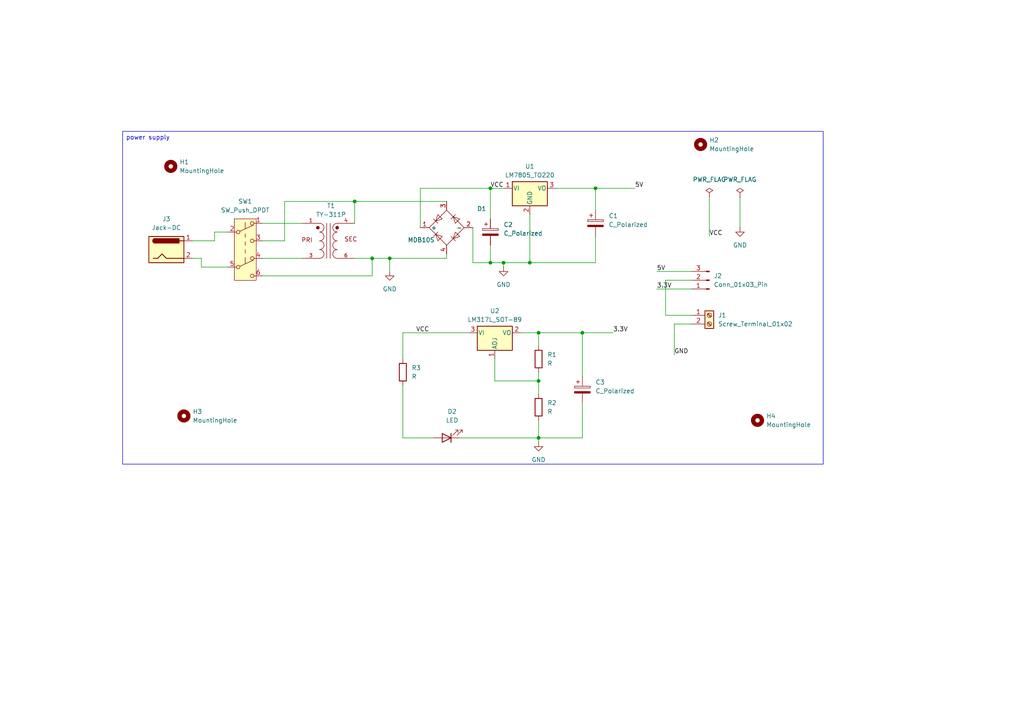
<source format=kicad_sch>
(kicad_sch (version 20231120) (generator "eeschema") (generator_version "8.0")
  (paper "A4")
  (title_block (title "${title}") (date "2025-03-03") (rev "v1.0") (company "${author}"))
  (lib_symbols
    (symbol "Connector:Conn_01x03_Pin" (pin_names (offset 1.016) hide)
      (property "Reference" "J" (at 0 5.08 0))
      (property "Value" "Conn_01x03_Pin" (at 0 -5.08 0))
      (symbol "Conn_01x03_Pin_1_1"
        (polyline (pts (xy 1.27 -2.54) (xy 0.8636 -2.54)) (stroke (width 0.1524)))
        (polyline (pts (xy 1.27 0) (xy 0.8636 0)) (stroke (width 0.1524)))
        (polyline (pts (xy 1.27 2.54) (xy 0.8636 2.54)) (stroke (width 0.1524)))
        (rectangle (start 0.8636 -2.413) (end 0 -2.667) (stroke (width 0.1524)) (fill (type outline)))
        (rectangle (start 0.8636 0.127) (end 0 -0.127) (stroke (width 0.1524)) (fill (type outline)))
        (rectangle (start 0.8636 2.667) (end 0 2.413) (stroke (width 0.1524)) (fill (type outline)))
        (pin passive line (at 5.08 2.54 180) (length 3.81) (name "Pin_1") (number "1"))
        (pin passive line (at 5.08 0 180) (length 3.81) (name "Pin_2") (number "2"))
        (pin passive line (at 5.08 -2.54 180) (length 3.81) (name "Pin_3") (number "3"))
      )
    )
    (symbol "Connector:Jack-DC" (pin_names (offset 1.016))
      (property "Reference" "J" (at 0 5.334 0))
      (property "Value" "Jack-DC" (at 0 -5.08 0))
      (symbol "Jack-DC_0_1"
        (rectangle (start -5.08 3.81) (end 5.08 -3.81) (stroke (width 0.254)) (fill (type background)))
        (arc (start -3.302 3.175) (mid -3.9343 2.54) (end -3.302 1.905) (stroke (width 0.254)))
        (arc (start -3.302 3.175) (mid -3.9343 2.54) (end -3.302 1.905) (stroke (width 0.254)) (fill (type outline)))
        (polyline (pts (xy 5.08 2.54) (xy 3.81 2.54)) (stroke (width 0.254)))
        (polyline (pts (xy -3.81 -2.54) (xy -2.54 -2.54) (xy -1.27 -1.27) (xy 0 -2.54) (xy 2.54 -2.54) (xy 5.08 -2.54)) (stroke (width 0.254)))
        (rectangle (start 3.683 3.175) (end -3.302 1.905) (stroke (width 0.254)) (fill (type outline)))
      )
      (symbol "Jack-DC_1_1"
        (pin passive line (at 7.62 2.54 180) (length 2.54) (name "~") (number "1"))
        (pin passive line (at 7.62 -2.54 180) (length 2.54) (name "~") (number "2"))
      )
    )
    (symbol "Connector:Screw_Terminal_01x02" (pin_names (offset 1.016) hide)
      (property "Reference" "J" (at 0 2.54 0))
      (property "Value" "Screw_Terminal_01x02" (at 0 -5.08 0))
      (symbol "Screw_Terminal_01x02_1_1"
        (rectangle (start -1.27 1.27) (end 1.27 -3.81) (stroke (width 0.254)) (fill (type background)))
        (circle (center 0 -2.54) (radius 0.635) (stroke (width 0.1524)))
        (polyline (pts (xy -0.5334 -2.2098) (xy 0.3302 -3.048)) (stroke (width 0.1524)))
        (polyline (pts (xy -0.5334 0.3302) (xy 0.3302 -0.508)) (stroke (width 0.1524)))
        (polyline (pts (xy -0.3556 -2.032) (xy 0.508 -2.8702)) (stroke (width 0.1524)))
        (polyline (pts (xy -0.3556 0.508) (xy 0.508 -0.3302)) (stroke (width 0.1524)))
        (circle (center 0 0) (radius 0.635) (stroke (width 0.1524)))
        (pin passive line (at -5.08 0 0) (length 3.81) (name "Pin_1") (number "1"))
        (pin passive line (at -5.08 -2.54 0) (length 3.81) (name "Pin_2") (number "2"))
      )
    )
    (symbol "Device:C_Polarized" (pin_numbers hide) (pin_names (offset 0.254))
      (property "Reference" "C" (at 0.635 2.54 0))
      (property "Value" "C_Polarized" (at 0.635 -2.54 0))
      (symbol "C_Polarized_0_1"
        (rectangle (start -2.286 0.508) (end 2.286 1.016))
        (polyline (pts (xy -1.778 2.286) (xy -0.762 2.286)))
        (polyline (pts (xy -1.27 2.794) (xy -1.27 1.778)))
        (rectangle (start 2.286 -0.508) (end -2.286 -1.016) (fill (type outline)))
      )
      (symbol "C_Polarized_1_1"
        (pin passive line (at 0 3.81 270) (length 2.794) (name "~") (number "1"))
        (pin passive line (at 0 -3.81 90) (length 2.794) (name "~") (number "2"))
      )
    )
    (symbol "Device:LED" (pin_numbers hide) (pin_names (offset 1.016) hide)
      (property "Reference" "D" (at 0 2.54 0))
      (property "Value" "LED" (at 0 -2.54 0))
      (symbol "LED_0_1"
        (polyline (pts (xy -1.27 -1.27) (xy -1.27 1.27)) (stroke (width 0.254)))
        (polyline (pts (xy -1.27 0) (xy 1.27 0)))
        (polyline (pts (xy 1.27 -1.27) (xy 1.27 1.27) (xy -1.27 0) (xy 1.27 -1.27)) (stroke (width 0.254)))
        (polyline (pts (xy -3.048 -0.762) (xy -4.572 -2.286) (xy -3.81 -2.286) (xy -4.572 -2.286) (xy -4.572 -1.524)))
        (polyline (pts (xy -1.778 -0.762) (xy -3.302 -2.286) (xy -2.54 -2.286) (xy -3.302 -2.286) (xy -3.302 -1.524)))
      )
      (symbol "LED_1_1"
        (pin passive line (at -3.81 0 0) (length 2.54) (name "K") (number "1"))
        (pin passive line (at 3.81 0 180) (length 2.54) (name "A") (number "2"))
      )
    )
    (symbol "Device:R" (pin_numbers hide) (pin_names (offset 0))
      (property "Reference" "R" (at 2.032 0 90))
      (property "Value" "R" (at 0 0 90))
      (symbol "R_0_1"
        (rectangle (start -1.016 -2.54) (end 1.016 2.54) (stroke (width 0.254)))
      )
      (symbol "R_1_1"
        (pin passive line (at 0 3.81 270) (length 1.27) (name "~") (number "1"))
        (pin passive line (at 0 -3.81 90) (length 1.27) (name "~") (number "2"))
      )
    )
    (symbol "Diode_Bridge:MDB10S"
      (property "Reference" "D" (at 3.81 6.35 0))
      (property "Value" "MDB10S" (at 6.35 3.81 0))
      (symbol "MDB10S_1_1"
        (polyline (pts (xy -2.54 3.81) (xy -1.27 2.54)))
        (polyline (pts (xy -1.27 -2.54) (xy -2.54 -3.81)))
        (polyline (pts (xy 2.54 -1.27) (xy 3.81 -2.54)))
        (polyline (pts (xy 2.54 1.27) (xy 3.81 2.54)))
        (polyline (pts (xy -3.81 2.54) (xy -2.54 1.27) (xy -1.905 3.175) (xy -3.81 2.54)))
        (polyline (pts (xy -2.54 -1.27) (xy -3.81 -2.54) (xy -1.905 -3.175) (xy -2.54 -1.27)))
        (polyline (pts (xy 1.27 2.54) (xy 2.54 3.81) (xy 3.175 1.905) (xy 1.27 2.54)))
        (polyline (pts (xy 3.175 -1.905) (xy 1.27 -2.54) (xy 2.54 -3.81) (xy 3.175 -1.905)))
        (polyline (pts (xy -5.08 0) (xy 0 -5.08) (xy 5.08 0) (xy 0 5.08) (xy -5.08 0)))
        (pin passive line (at 7.62 0 180) (length 2.54) (name "+") (number "1"))
        (pin passive line (at -7.62 0 0) (length 2.54) (name "-") (number "2"))
        (pin passive line (at 0 -7.62 90) (length 2.54) (name "~") (number "3"))
        (pin passive line (at 0 7.62 270) (length 2.54) (name "~") (number "4"))
      )
    )
    (symbol "Mechanical:MountingHole" (pin_names (offset 1.016)) (exclude_from_sim yes) (in_bom no)
      (property "Reference" "H" (at 0 5.08 0))
      (property "Value" "MountingHole" (at 0 3.175 0))
      (symbol "MountingHole_0_1"
        (circle (center 0 0) (radius 1.27) (stroke (width 1.27)))
      )
    )
    (symbol "Regulator_Linear:LM317L_SOT-89" (pin_names (offset 0.254))
      (property "Reference" "U" (at -3.81 3.175 0))
      (property "Value" "LM317L_SOT-89" (at 0 3.175 0))
      (symbol "LM317L_SOT-89_0_1"
        (rectangle (start -5.08 1.905) (end 5.08 -5.08) (stroke (width 0.254)) (fill (type background)))
      )
      (symbol "LM317L_SOT-89_1_1"
        (pin input line (at 0 -7.62 90) (length 2.54) (name "ADJ") (number "1"))
        (pin power_out line (at 7.62 0 180) (length 2.54) (name "VO") (number "2"))
        (pin power_in line (at -7.62 0 0) (length 2.54) (name "VI") (number "3"))
      )
    )
    (symbol "Regulator_Linear:LM7805_TO220" (pin_names (offset 0.254))
      (property "Reference" "U" (at -3.81 3.175 0))
      (property "Value" "LM7805_TO220" (at 0 3.175 0))
      (symbol "LM7805_TO220_0_1"
        (rectangle (start -5.08 1.905) (end 5.08 -5.08) (stroke (width 0.254)) (fill (type background)))
      )
      (symbol "LM7805_TO220_1_1"
        (pin power_in line (at -7.62 0 0) (length 2.54) (name "VI") (number "1"))
        (pin power_in line (at 0 -7.62 90) (length 2.54) (name "GND") (number "2"))
        (pin power_out line (at 7.62 0 180) (length 2.54) (name "VO") (number "3"))
      )
    )
    (symbol "Switch:SW_Push_DPDT" (pin_names (offset 0) hide)
      (property "Reference" "SW" (at 0 10.16 0))
      (property "Value" "SW_Push_DPDT" (at 0 -10.16 0))
      (symbol "SW_Push_DPDT_0_0"
        (circle (center -2.032 -5.08) (radius 0.508))
        (circle (center -2.032 5.08) (radius 0.508))
        (circle (center 2.032 -7.62) (radius 0.508))
        (circle (center 2.032 2.54) (radius 0.508))
      )
      (symbol "SW_Push_DPDT_0_1"
        (polyline (pts (xy -1.524 -4.826) (xy 2.3368 -3.0988)))
        (polyline (pts (xy -1.524 5.334) (xy 2.3368 7.0612)))
        (polyline (pts (xy 0 -2.286) (xy 0 -4.064)))
        (polyline (pts (xy 0 -1.016) (xy 0 0)))
        (polyline (pts (xy 0 1.27) (xy 0 2.286)))
        (polyline (pts (xy 0 3.556) (xy 0 4.572)))
        (polyline (pts (xy 0 7.874) (xy 0 6.096)))
        (circle (center 2.032 -2.54) (radius 0.508))
        (circle (center 2.032 7.62) (radius 0.508))
      )
      (symbol "SW_Push_DPDT_1_1"
        (rectangle (start -3.175 8.89) (end 3.175 -8.89) (fill (type background)))
        (pin passive line (at 5.08 7.62 180) (length 2.54) (name "A") (number "1"))
        (pin passive line (at -5.08 5.08 0) (length 2.54) (name "B") (number "2"))
        (pin passive line (at 5.08 2.54 180) (length 2.54) (name "C") (number "3"))
        (pin passive line (at 5.08 -2.54 180) (length 2.54) (name "A") (number "4"))
        (pin passive line (at -5.08 -5.08 0) (length 2.54) (name "B") (number "5"))
        (pin passive line (at 5.08 -7.62 180) (length 2.54) (name "C") (number "6"))
      )
    )
    (symbol "power:GND" (power) (pin_numbers hide) (pin_names (offset 0) hide)
      (property "Value" "GND" (at 0 -3.81 0))
      (symbol "GND_0_1"
        (polyline (pts (xy 0 0) (xy 0 -1.27) (xy 1.27 -1.27) (xy 0 -2.54) (xy -1.27 -1.27) (xy 0 -1.27)))
      )
      (symbol "GND_1_1"
        (pin power_in line (at 0 0 270) (length 0) (name "~") (number "1"))
      )
    )
    (symbol "power:PWR_FLAG" (power) (pin_numbers hide) (pin_names (offset 0) hide)
      (property "Value" "PWR_FLAG" (at 0 3.81 0))
      (symbol "PWR_FLAG_0_0"
        (pin power_out line (at 0 0 90) (length 0) (name "~") (number "1"))
      )
      (symbol "PWR_FLAG_0_1"
        (polyline (pts (xy 0 0) (xy 0 1.27) (xy -1.016 1.905) (xy 0 2.54) (xy 1.016 1.905) (xy 0 1.27)))
      )
    )
    (symbol "trans_snapeda:TY-311P" (pin_names (offset 1.016))
      (property "Reference" "T" (at -5.0839 7.6279 0))
      (property "Value" "TY-311P" (at -5.0814 -10.1627 0))
      (symbol "TY-311P_0_0"
        (circle (center -3.048 3.81) (radius 0.254) (stroke (width 0.508)))
        (arc (start -2.54 -5.08) (mid -1.2755 -3.81) (end -2.54 -2.54) (stroke (width 0.1524)))
        (arc (start -2.54 -2.54) (mid -1.2755 -1.27) (end -2.54 0) (stroke (width 0.1524)))
        (arc (start -2.54 0) (mid -1.2755 1.27) (end -2.54 2.54) (stroke (width 0.1524)))
        (arc (start -2.54 2.54) (mid -1.2755 3.81) (end -2.54 5.08) (stroke (width 0.1524)))
        (polyline (pts (xy -0.508 5.08) (xy -0.508 -5.08)) (stroke (width 0.1524)))
        (polyline (pts (xy 0.508 5.08) (xy 0.508 -5.08)) (stroke (width 0.1524)))
        (arc (start 2.54 -2.54) (mid 1.2755 -3.81) (end 2.54 -5.08) (stroke (width 0.1524)))
        (arc (start 2.54 0) (mid 1.2755 -1.27) (end 2.54 -2.54) (stroke (width 0.1524)))
        (arc (start 2.54 2.54) (mid 1.2755 1.27) (end 2.54 0) (stroke (width 0.1524)))
        (circle (center 2.54 3.81) (radius 0.254) (stroke (width 0.508)))
        (arc (start 2.54 5.08) (mid 1.2755 3.81) (end 2.54 2.54) (stroke (width 0.1524)))
        (text "PRI" (at -7.874 -0.508 0) (effects (font (size 1.27 1.27)) (justify left bottom)))
        (text "SEC " (at 4.572 -0.254 0) (effects (font (size 1.27 1.27)) (justify left bottom)))
        (pin passive line (at -7.62 5.08 0) (length 5.08) (name "~") (number "1"))
        (pin passive line (at -7.62 -5.08 0) (length 5.08) (name "~") (number "3"))
        (pin passive line (at 7.62 5.08 180) (length 5.08) (name "~") (number "4"))
        (pin passive line (at 7.62 -5.08 180) (length 5.08) (name "~") (number "6"))
      )
    )
  )
  (junction (at 168.91 96.52))
  (junction (at 146.05 76.2))
  (junction (at 113.03 74.93))
  (junction (at 172.72 54.61))
  (junction (at 142.24 54.61))
  (junction (at 142.24 76.2))
  (junction (at 156.21 127))
  (junction (at 107.95 74.93))
  (junction (at 156.21 110.49))
  (junction (at 156.21 96.52))
  (junction (at 153.67 76.2))
  (junction (at 102.87 58.42))
  (wire (pts (xy 121.92 54.61) (xy 121.92 66.04)))
  (wire (pts (xy 156.21 110.49) (xy 156.21 114.3)))
  (wire (pts (xy 129.54 74.93) (xy 129.54 73.66)))
  (wire (pts (xy 190.5 78.74) (xy 200.66 78.74)))
  (wire (pts (xy 102.87 58.42) (xy 102.87 64.77)))
  (wire (pts (xy 142.24 54.61) (xy 146.05 54.61)))
  (wire (pts (xy 62.23 67.31) (xy 66.04 67.31)))
  (wire (pts (xy 143.51 104.14) (xy 143.51 110.49)))
  (wire (pts (xy 200.66 93.98) (xy 195.58 93.98)))
  (wire (pts (xy 172.72 54.61) (xy 184.15 54.61)))
  (wire (pts (xy 168.91 109.22) (xy 168.91 96.52)))
  (wire (pts (xy 195.58 93.98) (xy 195.58 102.87)))
  (wire (pts (xy 168.91 96.52) (xy 177.8 96.52)))
  (wire (pts (xy 113.03 78.74) (xy 113.03 74.93)))
  (wire (pts (xy 153.67 62.23) (xy 153.67 76.2)))
  (wire (pts (xy 146.05 76.2) (xy 146.05 77.47)))
  (wire (pts (xy 168.91 116.84) (xy 168.91 127)))
  (wire (pts (xy 82.55 69.85) (xy 82.55 58.42)))
  (wire (pts (xy 66.04 77.47) (xy 58.42 77.47)))
  (wire (pts (xy 76.2 64.77) (xy 87.63 64.77)))
  (wire (pts (xy 102.87 74.93) (xy 107.95 74.93)))
  (wire (pts (xy 116.84 111.76) (xy 116.84 127)))
  (wire (pts (xy 113.03 74.93) (xy 129.54 74.93)))
  (wire (pts (xy 193.04 81.28) (xy 193.04 91.44)))
  (wire (pts (xy 172.72 68.58) (xy 172.72 76.2)))
  (wire (pts (xy 156.21 107.95) (xy 156.21 110.49)))
  (wire (pts (xy 58.42 77.47) (xy 58.42 74.93)))
  (wire (pts (xy 168.91 96.52) (xy 156.21 96.52)))
  (wire (pts (xy 116.84 104.14) (xy 116.84 96.52)))
  (wire (pts (xy 172.72 76.2) (xy 153.67 76.2)))
  (wire (pts (xy 156.21 127) (xy 168.91 127)))
  (wire (pts (xy 142.24 54.61) (xy 142.24 63.5)))
  (wire (pts (xy 133.35 127) (xy 156.21 127)))
  (wire (pts (xy 137.16 76.2) (xy 142.24 76.2)))
  (wire (pts (xy 76.2 69.85) (xy 82.55 69.85)))
  (wire (pts (xy 107.95 74.93) (xy 113.03 74.93)))
  (wire (pts (xy 190.5 83.82) (xy 200.66 83.82)))
  (wire (pts (xy 116.84 96.52) (xy 135.89 96.52)))
  (wire (pts (xy 58.42 74.93) (xy 55.88 74.93)))
  (wire (pts (xy 62.23 69.85) (xy 62.23 67.31)))
  (wire (pts (xy 214.63 57.15) (xy 214.63 66.04)))
  (wire (pts (xy 143.51 110.49) (xy 156.21 110.49)))
  (wire (pts (xy 55.88 69.85) (xy 62.23 69.85)))
  (wire (pts (xy 76.2 80.01) (xy 107.95 80.01)))
  (wire (pts (xy 125.73 127) (xy 116.84 127)))
  (wire (pts (xy 156.21 127) (xy 156.21 128.27)))
  (wire (pts (xy 172.72 54.61) (xy 172.72 60.96)))
  (wire (pts (xy 193.04 91.44) (xy 200.66 91.44)))
  (wire (pts (xy 142.24 76.2) (xy 146.05 76.2)))
  (wire (pts (xy 161.29 54.61) (xy 172.72 54.61)))
  (wire (pts (xy 76.2 74.93) (xy 87.63 74.93)))
  (wire (pts (xy 156.21 100.33) (xy 156.21 96.52)))
  (wire (pts (xy 142.24 54.61) (xy 121.92 54.61)))
  (wire (pts (xy 200.66 81.28) (xy 193.04 81.28)))
  (wire (pts (xy 142.24 71.12) (xy 142.24 76.2)))
  (wire (pts (xy 102.87 58.42) (xy 129.54 58.42)))
  (wire (pts (xy 137.16 66.04) (xy 137.16 76.2)))
  (wire (pts (xy 156.21 121.92) (xy 156.21 127)))
  (wire (pts (xy 146.05 76.2) (xy 153.67 76.2)))
  (wire (pts (xy 82.55 58.42) (xy 102.87 58.42)))
  (wire (pts (xy 107.95 74.93) (xy 107.95 80.01)))
  (wire (pts (xy 205.74 57.15) (xy 205.74 68.58)))
  (wire (pts (xy 156.21 96.52) (xy 151.13 96.52)))
  (text_box "power supply" (at 35.56 38.1 0) (size 203.2 96.52) (effects (font (size 1.27 1.27)) (justify left top)))
  (label "3.3V" (at 190.5 83.82 0))
  (label "5V" (at 184.15 54.61 0))
  (label "GND" (at 195.58 102.87 0))
  (label "VCC" (at 120.65 96.52 0))
  (label "5V" (at 190.5 78.74 0))
  (label "VCC" (at 142.24 54.61 0))
  (label "VCC" (at 205.74 68.58 0))
  (label "3.3V" (at 177.8 96.52 0))
  (symbol (lib_id "Mechanical:MountingHole") (at 219.71 121.92 0) (unit 1) (exclude_from_sim yes) (in_bom no)
    (property "Reference" "H4" (at 222.25 120.6499 0) (effects (justify left)))
    (property "Value" "MountingHole" (at 222.25 123.1899 0) (effects (justify left)))
    (property "Footprint" "MountingHole:MountingHole_2.2mm_M2_Pad" (effects (hide yes)))
    (property "Description" "Mounting Hole without connection" (effects (hide yes)))
  )
  (symbol (lib_id "power:PWR_FLAG") (at 205.74 57.15 0) (unit 1)
    (property "Reference" "#FLG02" (effects (hide yes)))
    (property "Value" "PWR_FLAG" (at 205.74 52.07 0))
    (property "Description" "Special symbol for telling ERC where power comes from" (effects (hide yes)))
  )
  (symbol (lib_id "Device:R") (at 156.21 118.11 0) (unit 1)
    (property "Reference" "R2" (at 158.75 116.8399 0) (effects (justify left)))
    (property "Value" "R" (at 158.75 119.3799 0) (effects (justify left)))
    (property "Footprint" "Resistor_THT:R_Axial_DIN0207_L6.3mm_D2.5mm_P7.62mm_Horizontal" (effects (hide yes)))
    (property "Description" "Resistor" (effects (hide yes)))
  )
  (symbol (lib_id "power:GND") (at 214.63 66.04 0) (unit 1)
    (property "Reference" "#PWR04" (effects (hide yes)))
    (property "Value" "GND" (at 214.63 71.12 0))
    (property "Description" "Power symbol creates a global label with name \"GND\" , ground" (effects (hide yes)))
  )
  (symbol (lib_id "Connector:Screw_Terminal_01x02") (at 205.74 91.44 0) (unit 1)
    (property "Reference" "J1" (at 208.28 91.4399 0) (effects (justify left)))
    (property "Value" "Screw_Terminal_01x02" (at 208.28 93.9799 0) (effects (justify left)))
    (property "Footprint" "TerminalBlock_Phoenix:TerminalBlock_Phoenix_MKDS-1,5-2-5.08_1x02_P5.08mm_Horizontal" (effects (hide yes)))
    (property "Description" "Generic screw terminal, single row, 01x02, script generated (kicad-library-utils/schlib/autogen/connector/)" (effects (hide yes)))
  )
  (symbol (lib_id "power:GND") (at 146.05 77.47 0) (unit 1)
    (property "Reference" "#PWR01" (effects (hide yes)))
    (property "Value" "GND" (at 146.05 82.55 0))
    (property "Description" "Power symbol creates a global label with name \"GND\" , ground" (effects (hide yes)))
  )
  (symbol (lib_id "trans_snapeda:TY-311P") (at 95.25 69.85 0) (unit 1)
    (property "Reference" "T1" (at 96.0082 59.69 0))
    (property "Value" "TY-311P" (at 96.0082 62.23 0))
    (property "Footprint" "trans_footprint:XFMR_TY-311P" (effects (hide yes)))
    (property "MF" "Triad Magnetics" (effects (hide yes)))
    (property "Description_1" "\n                        \n                            Transformer, audio, 600:600 0mADC | Triad Magnetics TY-311P\n                        \n" (effects (hide yes)))
    (property "Package" "None" (effects (hide yes)))
    (property "Price" "None" (effects (hide yes)))
    (property "Check_prices" "https://www.snapeda.com/parts/TY-311P/Triad+Magnetics/view-part/?ref=eda" (effects (hide yes)))
    (property "STANDARD" "Manufacturer Recommendations" (effects (hide yes)))
    (property "PARTREV" "2016" (effects (hide yes)))
    (property "SnapEDA_Link" "https://www.snapeda.com/parts/TY-311P/Triad+Magnetics/view-part/?ref=snap" (effects (hide yes)))
    (property "MP" "TY-311P" (effects (hide yes)))
    (property "Availability" "In Stock" (effects (hide yes)))
    (property "MANUFACTURER" "Triad Magnetics" (effects (hide yes)))
  )
  (symbol (lib_id "Diode_Bridge:MDB10S") (at 129.54 66.04 180) (unit 1)
    (property "Reference" "D1" (at 139.7 60.5438 0))
    (property "Value" "MDB10S" (at 122.174 69.596 0))
    (property "Footprint" "Package_SO:TSSOP-4_4.4x5mm_P4mm" (effects (hide yes)))
    (property "Datasheet" "https://www.onsemi.com/pub/Collateral/MDB8S-D.PDF" (effects (hide yes)))
    (property "Description" "Single-Phase Bridge Rectifier, 700V Vrms, 1A If, TSSOP-4" (effects (hide yes)))
  )
  (symbol (lib_id "Connector:Jack-DC") (at 48.26 72.39 0) (unit 1)
    (property "Reference" "J3" (at 48.26 63.5 0))
    (property "Value" "Jack-DC" (at 48.26 66.04 0))
    (property "Footprint" "Connector_BarrelJack:BarrelJack_Horizontal" (effects (hide yes)))
    (property "Description" "DC Barrel Jack" (effects (hide yes)))
  )
  (symbol (lib_id "power:GND") (at 156.21 128.27 0) (unit 1)
    (property "Reference" "#PWR03" (effects (hide yes)))
    (property "Value" "GND" (at 156.21 133.35 0))
    (property "Description" "Power symbol creates a global label with name \"GND\" , ground" (effects (hide yes)))
  )
  (symbol (lib_id "Connector:Conn_01x03_Pin") (at 205.74 81.28 180) (unit 1)
    (property "Reference" "J2" (at 207.01 80.0099 0) (effects (justify right)))
    (property "Value" "Conn_01x03_Pin" (at 207.01 82.5499 0) (effects (justify right)))
    (property "Footprint" "Connector_PinHeader_1.00mm:PinHeader_1x03_P1.00mm_Vertical" (effects (hide yes)))
    (property "Description" "Generic connector, single row, 01x03, script generated" (effects (hide yes)))
  )
  (symbol (lib_id "Device:R") (at 156.21 104.14 0) (unit 1)
    (property "Reference" "R1" (at 158.75 102.8699 0) (effects (justify left)))
    (property "Value" "R" (at 158.75 105.4099 0) (effects (justify left)))
    (property "Footprint" "Resistor_THT:R_Axial_DIN0207_L6.3mm_D2.5mm_P7.62mm_Horizontal" (effects (hide yes)))
    (property "Description" "Resistor" (effects (hide yes)))
  )
  (symbol (lib_id "Mechanical:MountingHole") (at 49.53 48.26 0) (unit 1) (exclude_from_sim yes) (in_bom no)
    (property "Reference" "H1" (at 52.07 46.9899 0) (effects (justify left)))
    (property "Value" "MountingHole" (at 52.07 49.5299 0) (effects (justify left)))
    (property "Footprint" "MountingHole:MountingHole_2.2mm_M2_Pad" (effects (hide yes)))
    (property "Description" "Mounting Hole without connection" (effects (hide yes)))
  )
  (symbol (lib_id "power:PWR_FLAG") (at 214.63 57.15 0) (unit 1)
    (property "Reference" "#FLG01" (effects (hide yes)))
    (property "Value" "PWR_FLAG" (at 214.63 52.07 0))
    (property "Description" "Special symbol for telling ERC where power comes from" (effects (hide yes)))
  )
  (symbol (lib_id "Device:C_Polarized") (at 172.72 64.77 0) (unit 1)
    (property "Reference" "C1" (at 176.53 62.6109 0) (effects (justify left)))
    (property "Value" "C_Polarized" (at 176.53 65.1509 0) (effects (justify left)))
    (property "Footprint" "Capacitor_THT:CP_Radial_D4.0mm_P1.50mm" (effects (hide yes)))
    (property "Description" "Polarized capacitor" (effects (hide yes)))
  )
  (symbol (lib_id "Device:C_Polarized") (at 142.24 67.31 0) (unit 1)
    (property "Reference" "C2" (at 146.05 65.1509 0) (effects (justify left)))
    (property "Value" "C_Polarized" (at 146.05 67.6909 0) (effects (justify left)))
    (property "Footprint" "Capacitor_THT:CP_Radial_D4.0mm_P1.50mm" (effects (hide yes)))
    (property "Description" "Polarized capacitor" (effects (hide yes)))
  )
  (symbol (lib_id "Device:C_Polarized") (at 168.91 113.03 0) (unit 1)
    (property "Reference" "C3" (at 172.72 110.8709 0) (effects (justify left)))
    (property "Value" "C_Polarized" (at 172.72 113.4109 0) (effects (justify left)))
    (property "Footprint" "Capacitor_THT:CP_Radial_D4.0mm_P1.50mm" (effects (hide yes)))
    (property "Description" "Polarized capacitor" (effects (hide yes)))
  )
  (symbol (lib_id "Mechanical:MountingHole") (at 53.34 120.65 0) (unit 1) (exclude_from_sim yes) (in_bom no)
    (property "Reference" "H3" (at 55.88 119.3799 0) (effects (justify left)))
    (property "Value" "MountingHole" (at 55.88 121.9199 0) (effects (justify left)))
    (property "Footprint" "MountingHole:MountingHole_2.2mm_M2_Pad" (effects (hide yes)))
    (property "Description" "Mounting Hole without connection" (effects (hide yes)))
  )
  (symbol (lib_id "Mechanical:MountingHole") (at 203.2 41.91 0) (unit 1) (exclude_from_sim yes) (in_bom no)
    (property "Reference" "H2" (at 205.74 40.6399 0) (effects (justify left)))
    (property "Value" "MountingHole" (at 205.74 43.1799 0) (effects (justify left)))
    (property "Footprint" "MountingHole:MountingHole_2.2mm_M2_Pad" (effects (hide yes)))
    (property "Description" "Mounting Hole without connection" (effects (hide yes)))
  )
  (symbol (lib_id "Switch:SW_Push_DPDT") (at 71.12 72.39 0) (unit 1)
    (property "Reference" "SW1" (at 71.12 58.42 0))
    (property "Value" "SW_Push_DPDT" (at 71.12 60.96 0))
    (property "Footprint" "Button_Switch_THT:SW_CK_JS202011CQN_DPDT_Straight" (effects (hide yes)))
    (property "Description" "Momentary Switch, dual pole double throw" (effects (hide yes)))
  )
  (symbol (lib_id "Device:LED") (at 129.54 127 180) (unit 1)
    (property "Reference" "D2" (at 131.1275 119.38 0))
    (property "Value" "LED" (at 131.1275 121.92 0))
    (property "Footprint" "LED_THT:LED_D3.0mm_Horizontal_O1.27mm_Z2.0mm" (effects (hide yes)))
    (property "Description" "Light emitting diode" (effects (hide yes)))
  )
  (symbol (lib_id "Device:R") (at 116.84 107.95 0) (unit 1)
    (property "Reference" "R3" (at 119.38 106.6799 0) (effects (justify left)))
    (property "Value" "R" (at 119.38 109.2199 0) (effects (justify left)))
    (property "Footprint" "Resistor_THT:R_Axial_DIN0207_L6.3mm_D2.5mm_P7.62mm_Horizontal" (effects (hide yes)))
    (property "Description" "Resistor" (effects (hide yes)))
  )
  (symbol (lib_id "Regulator_Linear:LM7805_TO220") (at 153.67 54.61 0) (unit 1)
    (property "Reference" "U1" (at 153.67 48.26 0))
    (property "Value" "LM7805_TO220" (at 153.67 50.8 0))
    (property "Footprint" "Package_TO_SOT_THT:TO-220-3_Vertical" (effects (hide yes)))
    (property "Datasheet" "https://www.onsemi.cn/PowerSolutions/document/MC7800-D.PDF" (effects (hide yes)))
    (property "Description" "Positive 1A 35V Linear Regulator, Fixed Output 5V, TO-220" (effects (hide yes)))
  )
  (symbol (lib_id "Regulator_Linear:LM317L_SOT-89") (at 143.51 96.52 0) (unit 1)
    (property "Reference" "U2" (at 143.51 90.17 0))
    (property "Value" "LM317L_SOT-89" (at 143.51 92.71 0))
    (property "Footprint" "Package_TO_SOT_SMD:SOT-89-3" (effects (hide yes)))
    (property "Datasheet" "http://www.ti.com/lit/ds/symlink/lm317l.pdf" (effects (hide yes)))
    (property "Description" "100mA 35V Adjustable Linear Regulator, SOT-89" (effects (hide yes)))
  )
  (symbol (lib_id "power:GND") (at 113.03 78.74 0) (unit 1)
    (property "Reference" "#PWR02" (effects (hide yes)))
    (property "Value" "GND" (at 113.03 83.82 0))
    (property "Description" "Power symbol creates a global label with name \"GND\" , ground" (effects (hide yes)))
  )
)
</source>
